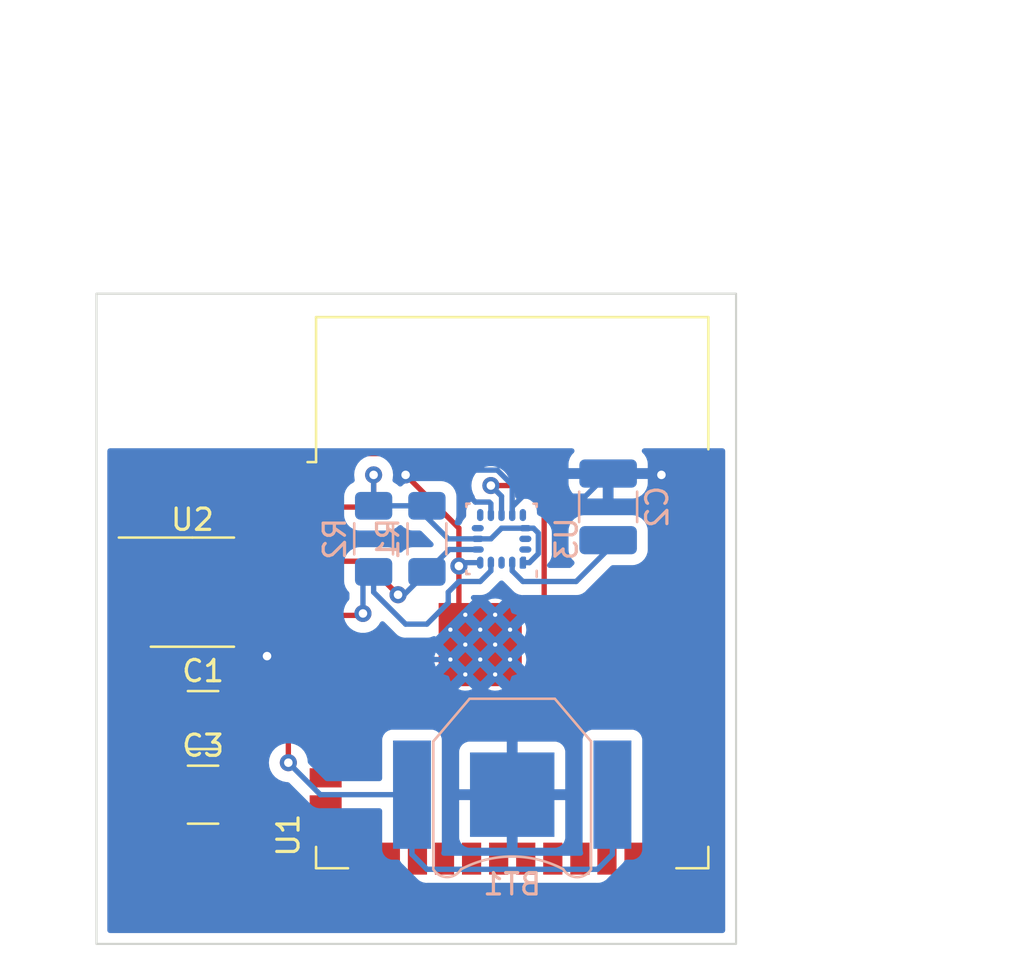
<source format=kicad_pcb>
(kicad_pcb (version 20211014) (generator pcbnew)
  (layers (0 "F.Cu" signal) (31 "B.Cu" signal) (34 "B.Paste" user) (35 "F.Paste" user) (36 "B.SilkS" user "B.Silkscreen") (37 "F.SilkS" user "F.Silkscreen") (38 "B.Mask" user) (39 "F.Mask" user) (44 "Edge.Cuts" user))
  (net 0 "")
  (net 1 "Net-(BT1-Pad1)")
  (net 2 "GND")
  (net 3 "+3V3")
  (net 4 "Net-(C2-Pad1)")
  (net 5 "Net-(R1-Pad2)")
  (net 6 "Net-(R2-Pad2)")
  (net 13 "Net-(U1-Pad10)")
  (footprint "Capacitor_SMD:C_1210_3225Metric_Pad1.33x2.70mm_HandSolder" (layer "F.Cu") (at 76 107.5)
    (fp_text reference "C1" (at 0 -2.3) (layer "F.SilkS"))
    (fp_text value "0.1uF")
    (fp_line (start -0.711252 1.36) (end 0.711252 1.36) (layer "F.SilkS") (width 0.12))
    (fp_line (start -0.711252 -1.36) (end 0.711252 -1.36) (layer "F.SilkS") (width 0.12))
    (pad "1" smd roundrect (at -1.5625 0) (size 1.325 2.7) (layers "F.Cu" "F.Paste" "F.Mask") (roundrect_rratio 0.188679) (net 3 "+3V3"))
    (pad "2" smd roundrect (at 1.5625 0) (size 1.325 2.7) (layers "F.Cu" "F.Paste" "F.Mask") (roundrect_rratio 0.188679) (net 2 "GND"))
  )
  (footprint "RF_Module:ESP32-S3-WROOM-1" (layer "F.Cu") (at 90.5 101.5)
    (fp_text reference "U1" (at -10.5 11.4 90 unlocked) (layer "F.SilkS"))
    (fp_text value "ESP32-S3-WROOM-1")
    (fp_line (start 9.2 12.95) (end 9.2 11.95) (layer "F.SilkS") (width 0.12))
    (fp_line (start -9.2 -6.1) (end -9.6 -6.1) (layer "F.SilkS") (width 0.12))
    (fp_line (start 9.2 12.95) (end 7.7 12.95) (layer "F.SilkS") (width 0.12))
    (fp_line (start -9.2 11.95) (end -9.2 12.95) (layer "F.SilkS") (width 0.12))
    (fp_line (start -9.2 12.95) (end -7.7 12.95) (layer "F.SilkS") (width 0.12))
    (fp_line (start -9.2 -6.1) (end -9.2 -12.9) (layer "F.SilkS") (width 0.12))
    (fp_line (start -9.2 -12.9) (end 9.2 -12.9) (layer "F.SilkS") (width 0.12))
    (fp_line (start 9.2 -12.9) (end 9.2 -6.7) (layer "F.SilkS") (width 0.12))
    (pad "1" smd rect (at -8.75 -5.26) (size 1.5 0.9) (layers "F.Cu" "F.Paste" "F.Mask") (net 2 "GND"))
    (pad "2" smd rect (at -8.75 -3.99) (size 1.5 0.9) (layers "F.Cu" "F.Paste" "F.Mask") (net 3 "+3V3"))
    (pad "3" smd rect (at -8.75 -2.72) (size 1.5 0.9) (layers "F.Cu" "F.Paste" "F.Mask") (net 3 "+3V3"))
    (pad "4" smd rect (at -8.75 -1.45) (size 1.5 0.9) (layers "F.Cu" "F.Paste" "F.Mask") (net 5 "Net-(R1-Pad2)"))
    (pad "5" smd rect (at -8.75 -0.18) (size 1.5 0.9) (layers "F.Cu" "F.Paste" "F.Mask"))
    (pad "6" smd rect (at -8.75 1.09) (size 1.5 0.9) (layers "F.Cu" "F.Paste" "F.Mask") (net 6 "Net-(R2-Pad2)"))
    (pad "7" smd rect (at -8.75 2.36) (size 1.5 0.9) (layers "F.Cu" "F.Paste" "F.Mask"))
    (pad "8" smd rect (at -8.75 3.63) (size 1.5 0.9) (layers "F.Cu" "F.Paste" "F.Mask"))
    (pad "9" smd rect (at -8.75 4.9) (size 1.5 0.9) (layers "F.Cu" "F.Paste" "F.Mask"))
    (pad "10" smd rect (at -8.75 6.17) (size 1.5 0.9) (layers "F.Cu" "F.Paste" "F.Mask") (net 13 "Net-(U1-Pad10)"))
    (pad "11" smd rect (at -8.75 7.44) (size 1.5 0.9) (layers "F.Cu" "F.Paste" "F.Mask"))
    (pad "12" smd rect (at -8.75 8.71) (size 1.5 0.9) (layers "F.Cu" "F.Paste" "F.Mask"))
    (pad "13" smd rect (at -8.75 9.98) (size 1.5 0.9) (layers "F.Cu" "F.Paste" "F.Mask"))
    (pad "14" smd rect (at -8.75 11.25 180) (size 1.5 0.9) (layers "F.Cu" "F.Paste" "F.Mask"))
    (pad "15" smd rect (at -6.985 12.5 270) (size 1.5 0.9) (layers "F.Cu" "F.Paste" "F.Mask"))
    (pad "16" smd rect (at -5.715 12.5 270) (size 1.5 0.9) (layers "F.Cu" "F.Paste" "F.Mask"))
    (pad "17" smd rect (at -4.445 12.5 270) (size 1.5 0.9) (layers "F.Cu" "F.Paste" "F.Mask"))
    (pad "18" smd rect (at -3.175 12.5 270) (size 1.5 0.9) (layers "F.Cu" "F.Paste" "F.Mask"))
    (pad "19" smd rect (at -1.905 12.5 270) (size 1.5 0.9) (layers "F.Cu" "F.Paste" "F.Mask"))
    (pad "20" smd rect (at -0.635 12.5 270) (size 1.5 0.9) (layers "F.Cu" "F.Paste" "F.Mask"))
    (pad "21" smd rect (at 0.635 12.5 270) (size 1.5 0.9) (layers "F.Cu" "F.Paste" "F.Mask"))
    (pad "22" smd rect (at 1.905 12.5 270) (size 1.5 0.9) (layers "F.Cu" "F.Paste" "F.Mask"))
    (pad "23" smd rect (at 3.175 12.5 270) (size 1.5 0.9) (layers "F.Cu" "F.Paste" "F.Mask"))
    (pad "24" smd rect (at 4.445 12.5 270) (size 1.5 0.9) (layers "F.Cu" "F.Paste" "F.Mask"))
    (pad "25" smd rect (at 5.715 12.5 270) (size 1.5 0.9) (layers "F.Cu" "F.Paste" "F.Mask"))
    (pad "26" smd rect (at 6.985 12.5 270) (size 1.5 0.9) (layers "F.Cu" "F.Paste" "F.Mask"))
    (pad "27" smd rect (at 8.75 11.25) (size 1.5 0.9) (layers "F.Cu" "F.Paste" "F.Mask"))
    (pad "28" smd rect (at 8.75 9.98) (size 1.5 0.9) (layers "F.Cu" "F.Paste" "F.Mask"))
    (pad "29" smd rect (at 8.75 8.71) (size 1.5 0.9) (layers "F.Cu" "F.Paste" "F.Mask"))
    (pad "30" smd rect (at 8.75 7.44) (size 1.5 0.9) (layers "F.Cu" "F.Paste" "F.Mask"))
    (pad "31" smd rect (at 8.75 6.17) (size 1.5 0.9) (layers "F.Cu" "F.Paste" "F.Mask"))
    (pad "32" smd rect (at 8.75 4.9) (size 1.5 0.9) (layers "F.Cu" "F.Paste" "F.Mask"))
    (pad "33" smd rect (at 8.75 3.63) (size 1.5 0.9) (layers "F.Cu" "F.Paste" "F.Mask"))
    (pad "34" smd rect (at 8.75 2.36) (size 1.5 0.9) (layers "F.Cu" "F.Paste" "F.Mask"))
    (pad "35" smd rect (at 8.75 1.09) (size 1.5 0.9) (layers "F.Cu" "F.Paste" "F.Mask"))
    (pad "36" smd rect (at 8.75 -0.18) (size 1.5 0.9) (layers "F.Cu" "F.Paste" "F.Mask"))
    (pad "37" smd rect (at 8.75 -1.45) (size 1.5 0.9) (layers "F.Cu" "F.Paste" "F.Mask"))
    (pad "38" smd rect (at 8.75 -2.72) (size 1.5 0.9) (layers "F.Cu" "F.Paste" "F.Mask"))
    (pad "39" smd rect (at 8.75 -3.99) (size 1.5 0.9) (layers "F.Cu" "F.Paste" "F.Mask"))
    (pad "40" smd rect (at 8.75 -5.26) (size 1.5 0.9) (layers "F.Cu" "F.Paste" "F.Mask") (net 2 "GND"))
    (pad "41" thru_hole circle (at -0.8 1.06) (size 0.5 0.5) (drill 0.2) (property pad_prop_heatsink) (layers *.Cu *.Mask) (net 2 "GND"))
    (pad "41" thru_hole circle (at -2.9 1.76 90) (size 0.5 0.5) (drill 0.2) (property pad_prop_heatsink) (layers *.Cu *.Mask) (net 2 "GND"))
    (pad "41" thru_hole circle (at -1.5 1.76) (size 0.5 0.5) (drill 0.2) (property pad_prop_heatsink) (layers *.Cu *.Mask) (net 2 "GND"))
    (pad "41" thru_hole circle (at -0.1 1.76) (size 0.5 0.5) (drill 0.2) (property pad_prop_heatsink) (layers *.Cu *.Mask) (net 2 "GND"))
    (pad "41" thru_hole circle (at -2.2 3.86) (size 0.5 0.5) (drill 0.2) (property pad_prop_heatsink) (layers *.Cu *.Mask) (net 2 "GND"))
    (pad "41" thru_hole circle (at -0.1 3.16) (size 0.5 0.5) (drill 0.2) (property pad_prop_heatsink) (layers *.Cu *.Mask) (net 2 "GND"))
    (pad "41" thru_hole circle (at -2.2 2.46) (size 0.5 0.5) (drill 0.2) (property pad_prop_heatsink) (layers *.Cu *.Mask) (net 2 "GND"))
    (pad "41" thru_hole circle (at -2.9 3.16) (size 0.5 0.5) (drill 0.2) (property pad_prop_heatsink) (layers *.Cu *.Mask) (net 2 "GND"))
    (pad "41" thru_hole circle (at -0.8 2.46) (size 0.5 0.5) (drill 0.2) (property pad_prop_heatsink) (layers *.Cu *.Mask) (net 2 "GND"))
    (pad "41" smd rect (at -1.5 2.46 270) (size 3.9 3.9) (layers "F.Cu" "F.Mask") (net 2 "GND"))
    (pad "41" thru_hole circle (at -1.5 3.16) (size 0.5 0.5) (drill 0.2) (property pad_prop_heatsink) (layers *.Cu *.Mask) (net 2 "GND"))
    (pad "41" thru_hole circle (at -2.2 1.06) (size 0.5 0.5) (drill 0.2) (property pad_prop_heatsink) (layers *.Cu *.Mask) (net 2 "GND"))
    (pad "41" thru_hole circle (at -0.8 3.86) (size 0.5 0.5) (drill 0.2) (property pad_prop_heatsink) (layers *.Cu *.Mask) (net 2 "GND"))
    (zone (net 0) (net_name "") (layers "F.Cu" "In1.Cu" "B.Cu") (connect_pads (clearance 0)) (min_thickness 0.254)
      (keepout (tracks not_allowed) (vias not_allowed) (pads not_allowed) (copperpour not_allowed) (footprints not_allowed))
      (fill (thermal_gap 0.508) (thermal_bridge_width 0.508))
      (polygon (pts (xy 66.5 94.75) (xy 114.5 94.75) (xy 114.5 73.75) (xy 66.5 73.75)))
    )
  )
  (footprint "Package_SO:SOIC-8_3.9x4.9mm_P1.27mm" (layer "F.Cu") (at 75.5 101.5)
    (fp_text reference "U2" (at 0 -3.4) (layer "F.SilkS"))
    (fp_text value "DS3231MZ")
    (fp_line (start 0 2.56) (end -1.95 2.56) (layer "F.SilkS") (width 0.12))
    (fp_line (start 0 -2.56) (end -3.45 -2.56) (layer "F.SilkS") (width 0.12))
    (fp_line (start 0 2.56) (end 1.95 2.56) (layer "F.SilkS") (width 0.12))
    (fp_line (start 0 -2.56) (end 1.95 -2.56) (layer "F.SilkS") (width 0.12))
    (pad "1" smd roundrect (at -2.475 -1.905) (size 1.95 0.6) (layers "F.Cu" "F.Paste" "F.Mask"))
    (pad "2" smd roundrect (at -2.475 -0.635) (size 1.95 0.6) (layers "F.Cu" "F.Paste" "F.Mask") (net 3 "+3V3"))
    (pad "3" smd roundrect (at -2.475 0.635) (size 1.95 0.6) (layers "F.Cu" "F.Paste" "F.Mask"))
    (pad "4" smd roundrect (at -2.475 1.905) (size 1.95 0.6) (layers "F.Cu" "F.Paste" "F.Mask"))
    (pad "5" smd roundrect (at 2.475 1.905) (size 1.95 0.6) (layers "F.Cu" "F.Paste" "F.Mask") (net 2 "GND"))
    (pad "6" smd roundrect (at 2.475 0.635) (size 1.95 0.6) (layers "F.Cu" "F.Paste" "F.Mask") (net 1 "Net-(BT1-Pad1)"))
    (pad "7" smd roundrect (at 2.475 -0.635) (size 1.95 0.6) (layers "F.Cu" "F.Paste" "F.Mask") (net 5 "Net-(R1-Pad2)"))
    (pad "8" smd roundrect (at 2.475 -1.905) (size 1.95 0.6) (layers "F.Cu" "F.Paste" "F.Mask") (net 6 "Net-(R2-Pad2)"))
  )
  (footprint "Capacitor_SMD:C_1210_3225Metric_Pad1.33x2.70mm_HandSolder" (layer "F.Cu") (at 76 111)
    (fp_text reference "C3" (at 0 -2.3) (layer "F.SilkS"))
    (fp_text value "4.7uF")
    (fp_line (start -0.711252 1.36) (end 0.711252 1.36) (layer "F.SilkS") (width 0.12))
    (fp_line (start -0.711252 -1.36) (end 0.711252 -1.36) (layer "F.SilkS") (width 0.12))
    (pad "1" smd roundrect (at -1.5625 0) (size 1.325 2.7) (layers "F.Cu" "F.Paste" "F.Mask") (roundrect_rratio 0.188679) (net 3 "+3V3"))
    (pad "2" smd roundrect (at 1.5625 0) (size 1.325 2.7) (layers "F.Cu" "F.Paste" "F.Mask") (roundrect_rratio 0.188679) (net 2 "GND"))
  )
  (footprint "Capacitor_SMD:C_1210_3225Metric_Pad1.33x2.70mm_HandSolder" (layer "B.Cu") (at 95 97.5 90)
    (fp_text reference "C2" (at 0 2.3 90) (layer "B.SilkS") (effects (justify mirror)))
    (fp_text value "0.1uF")
    (fp_line (start -0.711252 -1.36) (end 0.711252 -1.36) (layer "B.SilkS") (width 0.12))
    (fp_line (start -0.711252 1.36) (end 0.711252 1.36) (layer "B.SilkS") (width 0.12))
    (pad "1" smd roundrect (at -1.5625 0 90) (size 1.325 2.7) (layers "B.Cu" "B.Paste" "B.Mask") (roundrect_rratio 0.188679) (net 4 "Net-(C2-Pad1)"))
    (pad "2" smd roundrect (at 1.5625 0 90) (size 1.325 2.7) (layers "B.Cu" "B.Paste" "B.Mask") (roundrect_rratio 0.188679) (net 2 "GND"))
  )
  (footprint "Resistor_SMD:R_1206_3216Metric_Pad1.30x1.75mm_HandSolder" (layer "B.Cu") (at 84 99 -90)
    (fp_text reference "R2" (at 0 1.82 90) (layer "B.SilkS") (effects (justify mirror)))
    (fp_text value "4K7")
    (fp_line (start -0.727064 0.91) (end 0.727064 0.91) (layer "B.SilkS") (width 0.12))
    (fp_line (start -0.727064 -0.91) (end 0.727064 -0.91) (layer "B.SilkS") (width 0.12))
    (pad "1" smd roundrect (at -1.55 0 270) (size 1.3 1.75) (layers "B.Cu" "B.Paste" "B.Mask") (roundrect_rratio 0.192308) (net 3 "+3V3"))
    (pad "2" smd roundrect (at 1.55 0 270) (size 1.3 1.75) (layers "B.Cu" "B.Paste" "B.Mask") (roundrect_rratio 0.192308) (net 6 "Net-(R2-Pad2)"))
  )
  (footprint "Battery:BatteryHolder_Keystone_2998_1x6.8mm" (layer "B.Cu") (at 90.5 111)
    (fp_text reference "BT1" (at 0 4.2) (layer "B.SilkS") (effects (justify mirror)))
    (fp_text value "Battery_Cell")
    (fp_line (start 3.7 3.5) (end 3.7 -2.5) (layer "B.SilkS") (width 0.12))
    (fp_line (start -2 -4.5) (end 2 -4.5) (layer "B.SilkS") (width 0.12))
    (fp_line (start -3.7 3.5) (end -3.7 -2.5) (layer "B.SilkS") (width 0.12))
    (fp_line (start -2 -4.5) (end -3.7 -2.5) (layer "B.SilkS") (width 0.12))
    (fp_line (start 2 -4.5) (end 3.7 -2.5) (layer "B.SilkS") (width 0.12))
    (fp_arc (start -2.4 3.5) (mid -3.055452 3.863197) (end -3.705648 3.490673) (layer "B.SilkS") (width 0.12))
    (fp_arc (start -2.4 3.5) (mid -0.00488 2.900002) (end 2.391383 3.495415) (layer "B.SilkS") (width 0.12))
    (fp_arc (start 3.703723 3.5) (mid 3.046477 3.866382) (end 2.392627 3.493972) (layer "B.SilkS") (width 0.12))
    (pad "1" smd rect (at 4.7 0) (size 1.78 5.08) (layers "B.Cu" "B.Paste" "B.Mask") (net 1 "Net-(BT1-Pad1)"))
    (pad "1" smd rect (at -4.7 0) (size 1.78 5.08) (layers "B.Cu" "B.Paste" "B.Mask") (net 1 "Net-(BT1-Pad1)"))
    (pad "2" smd rect (at 0 0) (size 3.96 3.96) (layers "B.Cu" "B.Paste" "B.Mask") (net 2 "GND"))
  )
  (footprint "HormigaAzul:Freescale-QFN-16_3x3_Pitch0.5mm" (layer "B.Cu") (at 90 99 90)
    (fp_text reference "U3" (at 0 3.05 90) (layer "B.SilkS") (effects (justify mirror)))
    (fp_text value "MMA8542Q")
    (fp_line (start 1.5 -1.65) (end 1.65 -1.65) (layer "B.SilkS") (width 0.12))
    (fp_line (start -1.5 1.65) (end -1.7835 1.65) (layer "B.SilkS") (width 0.12))
    (fp_line (start 1.5 1.65) (end 1.65 1.65) (layer "B.SilkS") (width 0.12))
    (fp_line (start -1.5 -1.65) (end -1.65 -1.65) (layer "B.SilkS") (width 0.12))
    (fp_line (start 1.65 1.65) (end 1.65 1.5) (layer "B.SilkS") (width 0.12))
    (fp_line (start -1.65 -1.65) (end -1.65 -1.5) (layer "B.SilkS") (width 0.12))
    (fp_line (start 1.65 -1.65) (end 1.65 -1.5) (layer "B.SilkS") (width 0.12))
    (pad "1" smd roundrect (at -1.1165 1) (size 0.3 0.567) (layers "B.Cu" "B.Paste" "B.Mask") (roundrect_rratio 0.2) (chamfer_ratio 0.3) (chamfer top_left) (net 3 "+3V3"))
    (pad "2" smd oval (at -1.1165 0.5) (size 0.3 0.567) (layers "B.Cu" "B.Paste" "B.Mask") (net 4 "Net-(C2-Pad1)"))
    (pad "3" smd oval (at -1.1165 0) (size 0.3 0.567) (layers "B.Cu" "B.Paste" "B.Mask"))
    (pad "4" smd oval (at -1.1165 -0.5) (size 0.3 0.567) (layers "B.Cu" "B.Paste" "B.Mask") (net 6 "Net-(R2-Pad2)"))
    (pad "5" smd oval (at -1.1165 -1) (size 0.3 0.567) (layers "B.Cu" "B.Paste" "B.Mask") (net 2 "GND"))
    (pad "6" smd oval (at -0.5 -1.1165 90) (size 0.3 0.567) (layers "B.Cu" "B.Paste" "B.Mask") (net 5 "Net-(R1-Pad2)"))
    (pad "7" smd oval (at 0 -1.1165 90) (size 0.3 0.567) (layers "B.Cu" "B.Paste" "B.Mask") (net 3 "+3V3"))
    (pad "8" smd oval (at 0.5 -1.1165 90) (size 0.3 0.567) (layers "B.Cu" "B.Paste" "B.Mask"))
    (pad "9" smd oval (at 1.1165 -1) (size 0.3 0.567) (layers "B.Cu" "B.Paste" "B.Mask"))
    (pad "10" smd oval (at 1.1165 -0.5) (size 0.3 0.567) (layers "B.Cu" "B.Paste" "B.Mask") (net 2 "GND"))
    (pad "11" smd oval (at 1.1165 0) (size 0.3 0.567) (layers "B.Cu" "B.Paste" "B.Mask") (net 13 "Net-(U1-Pad10)"))
    (pad "12" smd oval (at 1.1165 0.5) (size 0.3 0.567) (layers "B.Cu" "B.Paste" "B.Mask") (net 2 "GND"))
    (pad "13" smd oval (at 1.1165 1) (size 0.3 0.567) (layers "B.Cu" "B.Paste" "B.Mask"))
    (pad "14" smd oval (at 0.5 1.1165 90) (size 0.3 0.567) (layers "B.Cu" "B.Paste" "B.Mask") (net 3 "+3V3"))
    (pad "15" smd oval (at 0 1.1165 90) (size 0.3 0.567) (layers "B.Cu" "B.Paste" "B.Mask"))
    (pad "16" smd oval (at -0.5 1.1165 90) (size 0.3 0.567) (layers "B.Cu" "B.Paste" "B.Mask"))
  )
  (footprint "Resistor_SMD:R_1206_3216Metric_Pad1.30x1.75mm_HandSolder" (layer "B.Cu") (at 86.5 99 -90)
    (fp_text reference "R1" (at 0 1.82 90) (layer "B.SilkS") (effects (justify mirror)))
    (fp_text value "4K7")
    (fp_line (start -0.727064 -0.91) (end 0.727064 -0.91) (layer "B.SilkS") (width 0.12))
    (fp_line (start -0.727064 0.91) (end 0.727064 0.91) (layer "B.SilkS") (width 0.12))
    (pad "1" smd roundrect (at -1.55 0 270) (size 1.3 1.75) (layers "B.Cu" "B.Paste" "B.Mask") (roundrect_rratio 0.192308) (net 3 "+3V3"))
    (pad "2" smd roundrect (at 1.55 0 270) (size 1.3 1.75) (layers "B.Cu" "B.Paste" "B.Mask") (roundrect_rratio 0.192308) (net 5 "Net-(R1-Pad2)"))
  )
  (gr_rect (start 71 87.5) (end 101 118) (layer "Edge.Cuts") (width 0.1) (fill none))
  (segment (start 79.987701 102.512299) (end 80 102.524598) (width 0.25) (layer "F.Cu") (net 1))
  (segment (start 80 102.524598) (end 80 109.5) (width 0.25) (layer "F.Cu") (net 1))
  (segment (start 77.975 102.135) (end 79.610402 102.135) (width 0.25) (layer "F.Cu") (net 1))
  (segment (start 79.610402 102.135) (end 79.987701 102.512299) (width 0.25) (layer "F.Cu") (net 1))
  (via (at 80 109.5) (size 0.8) (drill 0.4) (layers "F.Cu" "B.Cu") (net 1))
  (segment (start 81.5 111) (end 79.987701 109.487701) (width 0.25) (layer "B.Cu") (net 1))
  (segment (start 94.5 114.5) (end 86.5 114.5) (width 0.25) (layer "B.Cu") (net 1))
  (segment (start 95.2 113.8) (end 94.5 114.5) (width 0.25) (layer "B.Cu") (net 1))
  (segment (start 86.5 114.5) (end 85.8 113.8) (width 0.25) (layer "B.Cu") (net 1))
  (segment (start 95.2 111) (end 95.2 113.8) (width 0.25) (layer "B.Cu") (net 1))
  (segment (start 85.8 113.8) (end 85.8 111) (width 0.25) (layer "B.Cu") (net 1))
  (segment (start 85.8 111) (end 81.5 111) (width 0.25) (layer "B.Cu") (net 1))
  (segment (start 99.25 96.24) (end 97.74 96.24) (width 0.25) (layer "F.Cu") (net 2))
  (segment (start 77.975 103.405) (end 77.975 107.0875) (width 0.25) (layer "F.Cu") (net 2))
  (segment (start 77.975 107.0875) (end 77.5625 107.5) (width 0.25) (layer "F.Cu") (net 2))
  (segment (start 88 100.2755) (end 88 98.5) (width 0.25) (layer "F.Cu") (net 2))
  (segment (start 88 100.2755) (end 88 102.26) (width 0.25) (layer "F.Cu") (net 2))
  (segment (start 77.975 103.475) (end 79 104.5) (width 0.25) (layer "F.Cu") (net 2))
  (segment (start 85.5 96) (end 84.5 95) (width 0.25) (layer "F.Cu") (net 2))
  (segment (start 77.975 103.405) (end 77.975 103.475) (width 0.25) (layer "F.Cu") (net 2))
  (segment (start 82.99 95) (end 81.75 96.24) (width 0.25) (layer "F.Cu") (net 2))
  (segment (start 88 98.5) (end 85.5 96) (width 0.25) (layer "F.Cu") (net 2))
  (segment (start 88 102.26) (end 88.3 102.56) (width 0.25) (layer "F.Cu") (net 2))
  (segment (start 97.74 96.24) (end 97.5 96) (width 0.25) (layer "F.Cu") (net 2))
  (segment (start 84.5 95) (end 82.99 95) (width 0.25) (layer "F.Cu") (net 2))
  (segment (start 77.5625 111) (end 77.5625 107.5) (width 0.25) (layer "F.Cu") (net 2))
  (via (at 79 104.5) (size 0.8) (drill 0.4) (layers "F.Cu" "B.Cu") (net 2))
  (via (at 85.5 96) (size 0.8) (drill 0.4) (layers "F.Cu" "B.Cu") (net 2))
  (via (at 97.5 96) (size 0.8) (drill 0.4) (layers "F.Cu" "B.Cu") (net 2))
  (via (at 88 100.2755) (size 0.8) (drill 0.4) (layers "F.Cu" "B.Cu") (net 2))
  (segment (start 79.16 104.66) (end 87.6 104.66) (width 0.25) (layer "B.Cu") (net 2))
  (segment (start 88 96) (end 85.5 96) (width 0.25) (layer "B.Cu") (net 2))
  (segment (start 89.800305 95.775) (end 90.5 96.474695) (width 0.25) (layer "B.Cu") (net 2))
  (segment (start 90.5 111) (end 90.5 106.16) (width 0.25) (layer "B.Cu") (net 2))
  (segment (start 95.0625 96) (end 95 95.9375) (width 0.25) (layer "B.Cu") (net 2))
  (segment (start 79 104.5) (end 79.16 104.66) (width 0.25) (layer "B.Cu") (net 2))
  (segment (start 88.225 95.775) (end 89.800305 95.775) (width 0.25) (layer "B.Cu") (net 2))
  (segment (start 88.159 100.1165) (end 88 100.2755) (width 0.25) (layer "B.Cu") (net 2))
  (segment (start 90.5 97.5) (end 91 97) (width 0.25) (layer "B.Cu") (net 2))
  (segment (start 90.5 106.16) (end 89.7 105.36) (width 0.25) (layer "B.Cu") (net 2))
  (segment (start 88 96.5) (end 88 96) (width 0.25) (layer "B.Cu") (net 2))
  (segment (start 90.5 96.474695) (end 90.5 97.8835) (width 0.25) (layer "B.Cu") (net 2))
  (segment (start 89 100.1165) (end 88.159 100.1165) (width 0.25) (layer "B.Cu") (net 2))
  (segment (start 90.5 97.8835) (end 90.5 97.5) (width 0.25) (layer "B.Cu") (net 2))
  (segment (start 88.5 97) (end 88 96.5) (width 0.25) (layer "B.Cu") (net 2))
  (segment (start 91 97) (end 93.9375 97) (width 0.25) (layer "B.Cu") (net 2))
  (segment (start 88.775 97.275) (end 88.5 97) (width 0.25) (layer "B.Cu") (net 2))
  (segment (start 88 96) (end 88.225 95.775) (width 0.25) (layer "B.Cu") (net 2))
  (segment (start 89.5 97.8835) (end 89.5 97.35) (width 0.25) (layer "B.Cu") (net 2))
  (segment (start 89.5 97.35) (end 89.425 97.275) (width 0.25) (layer "B.Cu") (net 2))
  (segment (start 93.9375 97) (end 95 95.9375) (width 0.25) (layer "B.Cu") (net 2))
  (segment (start 97.5 96) (end 95.0625 96) (width 0.25) (layer "B.Cu") (net 2))
  (segment (start 89.425 97.275) (end 88.775 97.275) (width 0.25) (layer "B.Cu") (net 2))
  (segment (start 74.4375 111) (end 74.4375 107.5) (width 0.25) (layer "F.Cu") (net 3))
  (segment (start 74.135 100.865) (end 75 100) (width 0.25) (layer "F.Cu") (net 3))
  (segment (start 80.78 98.78) (end 81.75 98.78) (width 0.25) (layer "F.Cu") (net 3))
  (segment (start 74.4375 104.0625) (end 75 103.5) (width 0.25) (layer "F.Cu") (net 3))
  (segment (start 80 98) (end 80.78 98.78) (width 0.25) (layer "F.Cu") (net 3))
  (segment (start 75 98.5) (end 75.5 98) (width 0.25) (layer "F.Cu") (net 3))
  (segment (start 75 100) (end 75 98.5) (width 0.25) (layer "F.Cu") (net 3))
  (segment (start 75 101.5) (end 74.365 100.865) (width 0.25) (layer "F.Cu") (net 3))
  (segment (start 81.75 97.51) (end 81.75 98.78) (width 0.25) (layer "F.Cu") (net 3))
  (segment (start 81.75 97.51) (end 83.49 97.51) (width 0.25) (layer "F.Cu") (net 3))
  (segment (start 75 103.5) (end 75 101.5) (width 0.25) (layer "F.Cu") (net 3))
  (segment (start 83.49 97.51) (end 84 97) (width 0.25) (layer "F.Cu") (net 3))
  (segment (start 75.5 98) (end 80 98) (width 0.25) (layer "F.Cu") (net 3))
  (segment (start 74.4375 107.5) (end 74.4375 104.0625) (width 0.25) (layer "F.Cu") (net 3))
  (segment (start 74.365 100.865) (end 73.025 100.865) (width 0.25) (layer "F.Cu") (net 3))
  (segment (start 73.025 100.865) (end 74.135 100.865) (width 0.25) (layer "F.Cu") (net 3))
  (segment (start 84 97) (end 84 96) (width 0.25) (layer "F.Cu") (net 3))
  (via (at 84 96) (size 0.8) (drill 0.4) (layers "F.Cu" "B.Cu") (net 3))
  (segment (start 84 97.45) (end 86.5 97.45) (width 0.25) (layer "B.Cu") (net 3))
  (segment (start 90 98.5) (end 91.1165 98.5) (width 0.25) (layer "B.Cu") (net 3))
  (segment (start 91.725 99.696751) (end 91.725 98.725) (width 0.25) (layer "B.Cu") (net 3))
  (segment (start 89.5 99) (end 90 98.5) (width 0.25) (layer "B.Cu") (net 3))
  (segment (start 91.305251 100.1165) (end 91.725 99.696751) (width 0.25) (layer "B.Cu") (net 3))
  (segment (start 91.5 98.5) (end 91.1165 98.5) (width 0.25) (layer "B.Cu") (net 3))
  (segment (start 86.5 98) (end 86.5 97.45) (width 0.25) (layer "B.Cu") (net 3))
  (segment (start 84 97.45) (end 84 96) (width 0.25) (layer "B.Cu") (net 3))
  (segment (start 91.725 98.725) (end 91.5 98.5) (width 0.25) (layer "B.Cu") (net 3))
  (segment (start 88.8835 99) (end 89.5 99) (width 0.25) (layer "B.Cu") (net 3))
  (segment (start 91 100.1165) (end 91.305251 100.1165) (width 0.25) (layer "B.Cu") (net 3))
  (segment (start 88.8835 99) (end 87.5 99) (width 0.25) (layer "B.Cu") (net 3))
  (segment (start 87.5 99) (end 86.5 98) (width 0.25) (layer "B.Cu") (net 3))
  (segment (start 90.5 100.1165) (end 90.5 100.5) (width 0.25) (layer "B.Cu") (net 4))
  (segment (start 91 101) (end 93.5 101) (width 0.25) (layer "B.Cu") (net 4))
  (segment (start 93.5 101) (end 95 99.5) (width 0.25) (layer "B.Cu") (net 4))
  (segment (start 95 99.5) (end 95 99.0625) (width 0.25) (layer "B.Cu") (net 4))
  (segment (start 90.5 100.5) (end 91 101) (width 0.25) (layer "B.Cu") (net 4))
  (segment (start 83.574598 100.05) (end 85.145761 101.621163) (width 0.25) (layer "F.Cu") (net 5))
  (segment (start 76 100.5) (end 76.5 101) (width 0.25) (layer "F.Cu") (net 5))
  (segment (start 76.5 101) (end 77.84 101) (width 0.25) (layer "F.Cu") (net 5))
  (segment (start 79 98.5) (end 76.5 98.5) (width 0.25) (layer "F.Cu") (net 5))
  (segment (start 77.84 101) (end 77.975 100.865) (width 0.25) (layer "F.Cu") (net 5))
  (segment (start 76.5 98.5) (end 76 99) (width 0.25) (layer "F.Cu") (net 5))
  (segment (start 80.55 100.05) (end 79 98.5) (width 0.25) (layer "F.Cu") (net 5))
  (segment (start 76 99) (end 76 100.5) (width 0.25) (layer "F.Cu") (net 5))
  (segment (start 81.75 100.05) (end 80.55 100.05) (width 0.25) (layer "F.Cu") (net 5))
  (segment (start 81.75 100.05) (end 83.574598 100.05) (width 0.25) (layer "F.Cu") (net 5))
  (via (at 85.145761 101.621163) (size 0.8) (drill 0.4) (layers "F.Cu" "B.Cu") (net 5))
  (segment (start 88.8835 99.5) (end 87.55 99.5) (width 0.25) (layer "B.Cu") (net 5))
  (segment (start 85.428837 101.621163) (end 86.5 100.55) (width 0.25) (layer "B.Cu") (net 5))
  (segment (start 85.145761 101.621163) (end 85.428837 101.621163) (width 0.25) (layer "B.Cu") (net 5))
  (segment (start 87.55 99.5) (end 86.5 100.55) (width 0.25) (layer "B.Cu") (net 5))
  (segment (start 79.095 99.595) (end 77.975 99.595) (width 0.25) (layer "F.Cu") (net 6))
  (segment (start 80.5 102) (end 80.5 101) (width 0.25) (layer "F.Cu") (net 6))
  (segment (start 81.75 102.59) (end 81.09 102.59) (width 0.25) (layer "F.Cu") (net 6))
  (segment (start 81.75 102.59) (end 83.41 102.59) (width 0.25) (layer "F.Cu") (net 6))
  (segment (start 83.41 102.59) (end 83.5 102.5) (width 0.25) (layer "F.Cu") (net 6))
  (segment (start 81.09 102.59) (end 80.5 102) (width 0.25) (layer "F.Cu") (net 6))
  (segment (start 80.5 101) (end 79.095 99.595) (width 0.25) (layer "F.Cu") (net 6))
  (via (at 83.5 102.5) (size 0.8) (drill 0.4) (layers "F.Cu" "B.Cu") (net 6))
  (segment (start 89.5 100.1165) (end 89.5 100.5) (width 0.25) (layer "B.Cu") (net 6))
  (segment (start 89.5 100.5) (end 89 101) (width 0.25) (layer "B.Cu") (net 6))
  (segment (start 85.5 103) (end 84 101.5) (width 0.25) (layer "B.Cu") (net 6))
  (segment (start 84 101.5) (end 84 100.55) (width 0.25) (layer "B.Cu") (net 6))
  (segment (start 83.5 101.05) (end 84 100.55) (width 0.25) (layer "B.Cu") (net 6))
  (segment (start 86.5 103) (end 85.5 103) (width 0.25) (layer "B.Cu") (net 6))
  (segment (start 88 101) (end 87.5 101.5) (width 0.25) (layer "B.Cu") (net 6))
  (segment (start 83.5 102.5) (end 83.5 101.05) (width 0.25) (layer "B.Cu") (net 6))
  (segment (start 87.5 102) (end 86.5 103) (width 0.25) (layer "B.Cu") (net 6))
  (segment (start 87.5 101.5) (end 87.5 102) (width 0.25) (layer "B.Cu") (net 6))
  (segment (start 89 101) (end 88 101) (width 0.25) (layer "B.Cu") (net 6))
  (segment (start 92 105.5) (end 89.83 107.67) (width 0.25) (layer "F.Cu") (net 13))
  (segment (start 92 97) (end 92 105.5) (width 0.25) (layer "F.Cu") (net 13))
  (segment (start 91.5 96.5) (end 92 97) (width 0.25) (layer "F.Cu") (net 13))
  (segment (start 89.5 96.5) (end 91.5 96.5) (width 0.25) (layer "F.Cu") (net 13))
  (segment (start 89.83 107.67) (end 81.75 107.67) (width 0.25) (layer "F.Cu") (net 13))
  (via (at 89.5 96.5) (size 0.8) (drill 0.4) (layers "F.Cu" "B.Cu") (net 13))
  (segment (start 89.5 96.5) (end 90 97) (width 0.25) (layer "B.Cu") (net 13))
  (segment (start 90 97) (end 90 97.8835) (width 0.25) (layer "B.Cu") (net 13))
  (zone (net 2) (net_name "GND") (layer "B.Cu") (connect_pads (clearance 0.508)) (min_thickness 0.254) (fill yes (thermal_gap 0.508) (thermal_bridge_width 0.508))
    (polygon (pts (xy 102 119) (xy 70.5 119) (xy 70.5 87) (xy 102 87)))
  )
)
</source>
